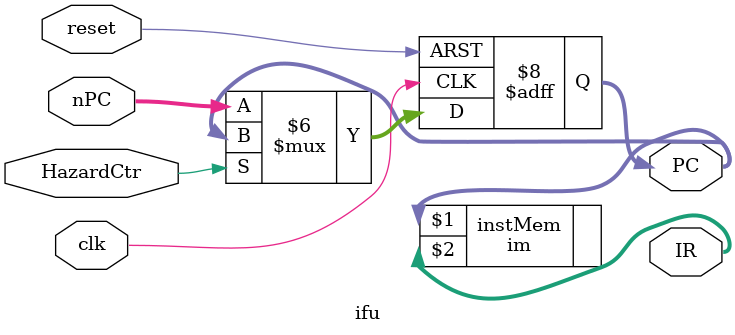
<source format=v>
module ifu(clk,reset,nPC,PC,IR,HazardCtr);

input wire        clk,reset,HazardCtr;
input wire[31:0]  nPC;
output reg[31:0]  PC;
output wire[31:0] IR;

im instMem(PC,IR);

initial begin
    PC <= 32'd0;
end

always@(posedge clk or negedge reset) begin
    if(!reset)          PC <= 32'd0;
    else if(!HazardCtr) PC <= nPC;
    else                PC <= PC;
end

endmodule
</source>
